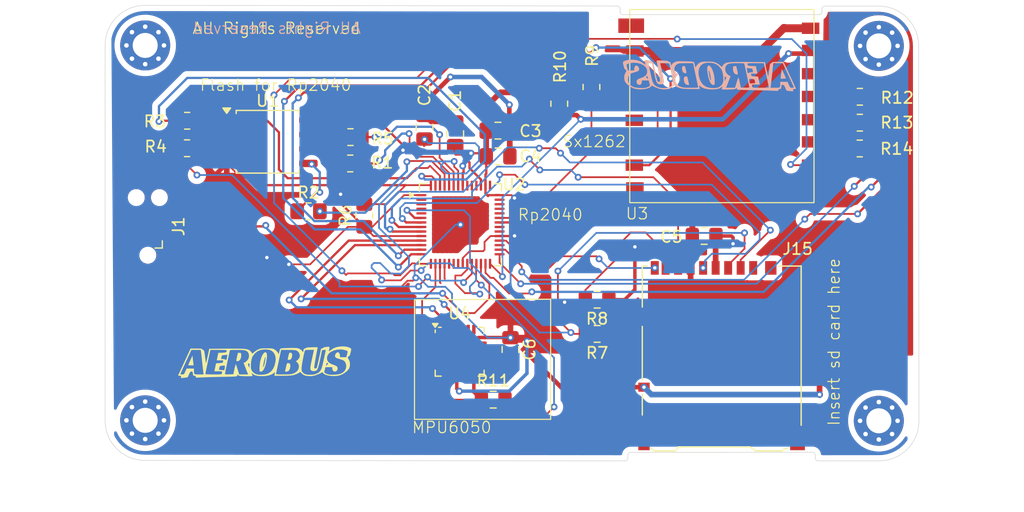
<source format=kicad_pcb>
(kicad_pcb (version 20241229) (generator "pcbnew") (generator_version "9.0")
  (layers (0 "F.Cu" signal) (2 "B.Cu" signal) (13 "F.Paste" user) (15 "B.Paste" user) (5 "F.SilkS" user "F.Silkscreen") (7 "B.SilkS" user "B.Silkscreen") (1 "F.Mask" user) (3 "B.Mask" user) (25 "Edge.Cuts" user))
  (net 0 "")
  (net 1 "+3.3V")
  (net 22 "Net-(U4-VDD)")
  (net 23 "Net-(C1-Pad2)")
  (net 24 "GND")
  (net 25 "R.SWCLK")
  (net 27 "R.RUN")
  (net 28 "R.SWD")
  (net 29 "R.GPIO12")
  (net 31 "Net-(U3-MOSI)")
  (net 32 "Net-(U3-MISO)")
  (net 34 "Net-(U3-SCK)")
  (net 35 "Net-(U2-VREG_VOUT)")
  (net 36 "Net-(C2-Pad1)")
  (net 37 "Net-(U1-CLK)")
  (net 38 "Net-(U1-DI{slash}IO_{0})")
  (net 39 "Net-(U1-DO{slash}IO_{1})")
  (net 40 "Net-(U1-~{WP}{slash}IO_{2})")
  (net 41 "Net-(U1-~{HOLD}{slash}~{RESET}{slash}IO_{3})")
  (net 42 "R.GPIO25")
  (net 43 "R.GPIO17")
  (net 44 "R.GPIO13")
  (net 45 "R.GPIO19")
  (net 46 "R.GPIO16")
  (net 47 "R.GPIO18")
  (net 50 "J2.DET")
  (net 51 "FLASH.CLK")
  (net 57 "J2.CMD")
  (net 59 "J2.DAT3{slash}CD")
  (net 60 "MPU6050.SCL")
  (net 61 "IO3{slash}HOLD#{slash}RESET#")
  (net 64 "FLASH.DI (IO0)")
  (net 65 "unconnected-(U2-GPIO15-Pad18)")
  (net 66 "J2.DAT0")
  (net 68 "IO2{slash}WP#")
  (net 69 "MPU6050.SDA")
  (net 71 "MPU6050.INT")
  (net 74 "FLASH.DO (IO1)")
  (net 77 "unconnected-(U2-GPIO14-Pad17)")
  (net 79 "J2.CLK")
  (net 81 "FLASH.CS#")
  (net 82 "R.GPIO10")
  (net 83 "R.GPIO11")
  (net 84 "Net-(AE1-A)")
  (net 85 "R.GPIO24")
  (footprint "MountingHole:MountingHole_2.2mm_M2_Pad_Via" (layer "F.Cu") (at 156.99 53.46)
    (property "Reference" "REF**")
    (property "Value" "MountingHole_2.2mm_M2_Pad_Via")
  )
  (footprint "Package_DFN_QFN:QFN-56-1EP_7x7mm_P0.4mm_EP3.2x3.2mm" (layer "F.Cu") (at 184.7125 69.24)
    (property "Reference" "U2")
    (property "Value" "RP2040")
  )
  (footprint "Sensor_Motion:InvenSense_QFN-24_4x4mm_P0.5mm" (layer "F.Cu") (at 184.64 80.42)
    (property "Reference" "U4")
    (property "Value" "MPU-6050")
  )
  (footprint "Resistor_SMD:R_0805_2012Metric_Pad1.20x1.40mm_HandSolder" (layer "F.Cu") (at 176.26 68.43 90)
    (property "Reference" "R6")
    (property "Value" "10k")
  )
  (footprint "Capacitor_SMD:C_0805_2012Metric_Pad1.18x1.45mm_HandSolder" (layer "F.Cu") (at 196.7275 78.85 180)
    (property "Reference" "R7")
    (property "Value" "10k")
  )
  (footprint "Capacitor_SMD:C_0805_2012Metric_Pad1.18x1.45mm_HandSolder" (layer "F.Cu") (at 184.25 61.2325 90)
    (property "Reference" "C1")
    (property "Value" "1micro")
  )
  (footprint "MountingHole:MountingHole_2.2mm_M2_Pad_Via" (layer "F.Cu") (at 156.99 86.46)
    (property "Reference" "REF**")
    (property "Value" "MountingHole_2.2mm_M2_Pad_Via")
  )
  (footprint "Resistor_SMD:R_0805_2012Metric_Pad1.20x1.40mm_HandSolder" (layer "F.Cu") (at 160.67 62.51)
    (property "Reference" "R4")
    (property "Value" "22")
  )
  (footprint "Capacitor_SMD:C_0805_2012Metric_Pad1.18x1.45mm_HandSolder" (layer "F.Cu") (at 196.7275 75.84 180)
    (property "Reference" "R8")
    (property "Value" "10k")
  )
  (footprint "sx1262b:SX1262B" (layer "F.Cu") (at 199.6 67.55)
    (property "Reference" "U3")
    (property "Value" "SX1262B")
  )
  (footprint "Connector_Card:microSD_HC_Hirose_DM3AT-SF-PEJM5" (layer "F.Cu") (at 207.675 80.765)
    (property "Reference" "J15")
    (property "Value" "Micro_SD_Card_Det1")
  )
  (footprint "Resistor_SMD:R_0805_2012Metric_Pad1.20x1.40mm_HandSolder" (layer "F.Cu") (at 175.02 63.85 180)
    (property "Reference" "R1")
    (property "Value" "22")
  )
  (footprint "Capacitor_SMD:C_0805_2012Metric_Pad1.18x1.45mm_HandSolder" (layer "F.Cu") (at 188.02 63.22)
    (property "Reference" "C4")
    (property "Value" "1micro")
  )
  (footprint "MountingHole:MountingHole_2.2mm_M2_Pad_Via" (layer "F.Cu") (at 221.5 53.5)
    (property "Reference" "REF**")
    (property "Value" "MountingHole_2.2mm_M2_Pad_Via")
  )
  (footprint "Resistor_SMD:R_0805_2012Metric_Pad1.20x1.40mm_HandSolder" (layer "F.Cu") (at 193.4 58.59 -90)
    (property "Reference" "R10")
    (property "Value" "10k")
  )
  (footprint "Resistor_SMD:R_0805_2012Metric_Pad1.20x1.40mm_HandSolder" (layer "F.Cu") (at 219.83 57.98)
    (property "Reference" "R12")
    (property "Value" "22")
  )
  (footprint "Capacitor_SMD:C_0805_2012Metric_Pad1.18x1.45mm_HandSolder" (layer "F.Cu") (at 181.55 60.66 90)
    (property "Reference" "C2")
    (property "Value" "1 nano")
  )
  (footprint "Connector:Tag-Connect_TC2030-IDC-NL_2x03_P1.27mm_Vertical" (layer "F.Cu") (at 157.224 69.39 90)
    (property "Reference" "J1")
    (property "Value" "Conn_ARM_SWD_TagConnect_TC2030-NL")
  )
  (footprint "Resistor_SMD:R_0805_2012Metric_Pad1.20x1.40mm_HandSolder" (layer "F.Cu") (at 160.68 60.09 180)
    (property "Reference" "R3")
    (property "Value" "22")
  )
  (footprint "Resistor_SMD:R_0805_2012Metric_Pad1.20x1.40mm_HandSolder" (layer "F.Cu") (at 219.83 60.26)
    (property "Reference" "R13")
    (property "Value" "22")
  )
  (footprint "Capacitor_SMD:C_0805_2012Metric_Pad1.18x1.45mm_HandSolder" (layer "F.Cu") (at 206.1375 70.23 180)
    (property "Reference" "C5")
    (property "Value" "100nf")
  )
  (footprint "Resistor_SMD:R_0805_2012Metric_Pad1.20x1.40mm_HandSolder" (layer "F.Cu") (at 175.04 61.53 180)
    (property "Reference" "R5")
    (property "Value" "22")
  )
  (footprint "Capacitor_SMD:C_0805_2012Metric_Pad1.18x1.45mm_HandSolder" (layer "F.Cu") (at 189.11 80.22 -90)
    (property "Reference" "C6")
    (property "Value" "100nf")
  )
  (footprint "Capacitor_SMD:C_0805_2012Metric_Pad1.18x1.45mm_HandSolder" (layer "F.Cu") (at 187.59 84.64)
    (property "Reference" "R11")
    (property "Value" "22")
  )
  (footprint "LoRa_Link:Aerobus" (layer "F.Cu") (at 167.48 81.58)
    (property "Reference" "G***")
    (property "Value" "LOGO" (hide yes))
  )
  (footprint "Capacitor_SMD:C_0805_2012Metric_Pad1.18x1.45mm_HandSolder" (layer "F.Cu") (at 188.01 60.96)
    (property "Reference" "C3")
    (property "Value" "100nf")
  )
  (footprint "Resistor_SMD:R_0805_2012Metric_Pad1.20x1.40mm_HandSolder" (layer "F.Cu") (at 219.82 62.53)
    (property "Reference" "R14")
    (property "Value" "22")
  )
  (footprint "Resistor_SMD:R_0805_2012Metric_Pad1.20x1.40mm_HandSolder" (layer "F.Cu") (at 171.35 68.06)
    (property "Reference" "R2")
    (property "Value" "22")
  )
  (footprint "Resistor_SMD:R_0805_2012Metric_Pad1.20x1.40mm_HandSolder" (layer "F.Cu") (at 196.23 57.12 -90)
    (property "Reference" "R9")
    (property "Value" "10k")
  )
  (footprint "MountingHole:MountingHole_2.2mm_M2_Pad_Via" (layer "F.Cu") (at 221.5 86.5)
    (property "Reference" "REF**")
    (property "Value" "MountingHole_2.2mm_M2_Pad_Via")
  )
  (footprint "Package_SO:SOIC-8_5.3x5.3mm_P1.27mm" (layer "F.Cu") (at 167.75 61.94)
    (property "Reference" "U1")
    (property "Value" "W25Q128JVS")
  )
  (footprint "LoRa_Link:Aerobus" (layer "B.Cu") (at 206.626751 56.343695 180)
    (property "Reference" "G***")
    (property "Value" "LOGO" (hide yes))
  )
  (gr_line (start 180.67 75.84) (end 180.67 86.37) (stroke (width 0.1)) (layer "F.SilkS"))
  (gr_line (start 192.64 86.37) (end 192.64 75.8) (stroke (width 0.1)) (layer "F.SilkS"))
  (gr_line (start 180.67 86.37) (end 192.64 86.37) (stroke (width 0.1)) (layer "F.SilkS"))
  (gr_line (start 192.64 75.8) (end 180.67 75.84) (stroke (width 0.1)) (layer "F.SilkS"))
  (gr_arc (start 156.964874 89.985126) (mid 154.49 88.96) (end 153.464874 86.485126) (stroke (width 0.05)) (layer "Edge.Cuts"))
  (gr_line (start 216.24 50.75) (end 216.25 50.75) (stroke (width 0.05)) (layer "Edge.Cuts"))
  (gr_arc (start 215.66 89.27) (mid 215.836777 89.343223) (end 215.91 89.52) (stroke (width 0.05)) (layer "Edge.Cuts"))
  (gr_line (start 215.91 89.78) (end 215.91 89.52) (stroke (width 0.05)) (layer "Edge.Cuts"))
  (gr_line (start 199.426777 89.53) (end 199.43 89.78) (stroke (width 0.05)) (layer "Edge.Cuts"))
  (gr_line (start 225 53.5) (end 225.025126 86.525126) (stroke (width 0.05)) (layer "Edge.Cuts"))
  (gr_arc (start 198.5 49.99) (mid 198.676777 50.063223) (end 198.75 50.24) (stroke (width 0.05)) (layer "Edge.Cuts"))
  (gr_arc (start 199.426777 89.53) (mid 199.5 89.353223) (end 199.676777 89.28) (stroke (width 0.05)) (layer "Edge.Cuts"))
  (gr_line (start 199.676777 89.28) (end 215.66 89.27) (stroke (width 0.05)) (layer "Edge.Cuts"))
  (gr_line (start 156.9649 49.934874) (end 198.5 49.99) (stroke (width 0.05)) (layer "Edge.Cuts"))
  (gr_arc (start 216.5 50.5) (mid 216.426777 50.676777) (end 216.25 50.75) (stroke (width 0.05)) (layer "Edge.Cuts"))
  (gr_line (start 221.5251 90.025126) (end 216.16 90.03) (stroke (width 0.05)) (layer "Edge.Cuts"))
  (gr_arc (start 153.464874 53.434874) (mid 154.49 50.96) (end 156.964874 49.934874) (stroke (width 0.05)) (layer "Edge.Cuts"))
  (gr_arc (start 199 50.75) (mid 198.823223 50.676777) (end 198.75 50.5) (stroke (width 0.05)) (layer "Edge.Cuts"))
  (gr_line (start 153.464875 86.485126) (end 153.464874 53.434874) (stroke (width 0.05)) (layer "Edge.Cuts"))
  (gr_line (start 198.75 50.24) (end 198.75 50.5) (stroke (width 0.05)) (layer "Edge.Cuts"))
  (gr_line (start 216.746777 50) (end 221.5 50) (stroke (width 0.05)) (layer "Edge.Cuts"))
  (gr_line (start 156.964874 89.985125) (end 199.18 90.03) (stroke (width 0.05)) (layer "Edge.Cuts"))
  (gr_line (start 199 50.75) (end 216.24 50.75) (stroke (width 0.05)) (layer "Edge.Cuts"))
  (gr_arc (start 216.16 90.03) (mid 215.983223 89.956777) (end 215.91 89.78) (stroke (width 0.05)) (layer "Edge.Cuts"))
  (gr_arc (start 221.5 50) (mid 223.974874 51.025126) (end 225 53.5) (stroke (width 0.05)) (layer "Edge.Cuts"))
  (gr_arc (start 199.43 89.78) (mid 199.356777 89.956777) (end 199.18 90.03) (stroke (width 0.05)) (layer "Edge.Cuts"))
  (gr_arc (start 216.496777 50.25) (mid 216.57 50.073223) (end 216.746777 50) (stroke (width 0.05)) (layer "Edge.Cuts"))
  (gr_arc (start 225.025126 86.525126) (mid 224 89) (end 221.525126 90.025126) (stroke (width 0.05)) (layer "Edge.Cuts"))
  (gr_line (start 216.5 50.5) (end 216.496777 50.25) (stroke (width 0.05)) (layer "Edge.Cuts"))
  (gr_text "Flash for Rp2040 \n" (at 161.73 57.54 -0) (layer "F.SilkS") (effects (font (size 1 1) (thickness 0.1)) (justify left bottom)))
  (gr_text "Rp2040\n" (at 189.69 68.95 -0) (layer "F.SilkS") (effects (font (size 1 1) (thickness 0.1)) (justify left bottom)))
  (gr_text "MPU6050 " (at 180.38 87.67 0) (layer "F.SilkS") (effects (font (size 1 1) (thickness 0.1)) (justify left bottom)))
  (gr_text "All Rights Reserved" (at 161.08 52.54 -0) (layer "F.SilkS") (effects (font (size 1 1) (thickness 0.1)) (justify left bottom)))
  (gr_text "Sx1262\n" (at 193.62 62.5 -0) (layer "F.SilkS") (effects (font (size 1 1) (thickness 0.1)) (justify left bottom)))
  (gr_text "Insert sd card here" (at 218.14 87.01 90) (layer "F.SilkS") (effects (font (size 1 1) (thickness 0.1)) (justify left bottom)))
  (gr_text "All Rights Reserved" (at 176.02 52.53 0) (layer "B.SilkS") (effects (font (size 1 1) (thickness 0.1)) (justify left bottom mirror)))
  (segment (start 176.96 69.43) (end 176.26 69.43) (width 0.15) (layer "F.Cu") (net 1))
  (segment (start 181.275 66.64) (end 179.75 66.64) (width 0.15) (layer "F.Cu") (net 1))
  (segment (start 174.17 66.56) (end 174.17 67.34) (width 0.2) (layer "F.Cu") (net 1))
  (segment (start 186.9825 64.7475) (end 186.9825 63.22) (width 0.2) (layer "F.Cu") (net 1))
  (segment (start 193.4 56.87) (end 194.15 56.12) (width 0.4) (layer "F.Cu") (net 1))
  (segment (start 207.15 73.04) (end 207.15 70.255) (width 0.5) (layer "F.Cu") (net 1))
  (segment (start 179.75 66.64) (end 176.96 69.43) (width 0.15) (layer "F.Cu") (net 1))
  (segment (start 187.35 70.24) (end 188.15 70.24) (width 0.15) (layer "F.Cu") (net 1))
  (segment (start 184.91 64.144265) (end 184.985735 64.22) (width 0.2) (layer "F.Cu") (net 1))
  (segment (start 208.68 70.92) (end 208.68 70.37) (width 0.3) (layer "F.Cu") (net 1))
  (segment (start 177.455 60.035) (end 171.3375 60.035) (width 0.2) (layer "F.Cu") (net 1))
  (segment (start 199.88 56.12) (end 200 56) (width 0.4) (layer "F.Cu") (net 1))
  (segment (start 194.15 56.12) (end 196.23 56.12) (width 0.4) (layer "F.Cu") (net 1))
  (segment (start 184.9125 64.6825) (end 184.9125 65.8025) (width 0.2) (layer "F.Cu") (net 1))
  (segment (start 199.15 75.84) (end 199.86 75.13) (width 0.3) (layer "F.Cu") (net 1))
  (segment (start 197.765 77.3) (end 195.11 77.3) (width 0.15) (layer "F.Cu") (net 1))
  (segment (start 184.9125 72.6775) (end 184.9125 72.17758) (width 0.15) (layer "F.Cu") (net 1))
  (segment (start 207.15 70.255) (end 207.175 70.23) (width 0.5) (layer "F.Cu") (net 1))
  (segment (start 184.985735 64.22) (end 184.985735 64.609265) (width 0.2) (layer "F.Cu") (net 1))
  (segment (start 188.23 57.59) (end 193.4 57.59) (width 0.5) (layer "F.Cu") (net 1))
  (segment (start 187.2 66.64) (end 188.15 66.64) (width 0.2) (layer "F.Cu") (net 1))
  (segment (start 179.66 62.68) (end 179.66 62.24) (width 0.2) (layer "F.Cu") (net 1))
  (segment (start 195.11 77.3) (end 193.87 76.06) (width 0.15) (layer "F.Cu") (net 1))
  (segment (start 186.9725 60.96) (end 186.9725 63.21) (width 0.5) (layer "F.Cu") (net 1))
  (segment (start 169.62 72.73) (end 171.49 72.73) (width 0.15) (layer "F.Cu") (net 1))
  (segment (start 174.81 69.43) (end 174.54 69.7) (width 0.15) (layer "F.Cu") (net 1))
  (segment (start 200.05 74.94) (end 200.05 71.19) (width 0.3) (layer "F.Cu") (net 1))
  (segment (start 197.765 78.85) (end 197.765 77.3) (width 0.7) (layer "F.Cu") (net 1))
  (segment (start 196.23 56.12) (end 199.88 56.12) (width 0.4) (layer "F.Cu") (net 1))
  (segment (start 186.9725 60.96) (end 186.9725 58.8475) (width 0.5) (layer "F.Cu") (net 1))
  (segment (start 189.21 66.64) (end 188.15 66.64) (width 0.15) (layer "F.Cu") (net 1))
  (segment (start 186.7125 62.95) (end 186.9825 63.22) (width 0.2) (layer "F.Cu") (net 1))
  (segment (start 184.9125 72.17758) (end 185.52008 71.57) (width 0.15) (layer "F.Cu") (net 1))
  (segment (start 197.765 75.84) (end 199.15 75.84) (width 0.3) (layer "F.Cu") (net 1))
  (segment (start 189.46 66.89) (end 189.21 66.64) (width 0.15) (layer "F.Cu") (net 1))
  (segment (start 174.53 69.69) (end 174.54 69.7) (width 0.15) (layer "F.Cu") (net 1))
  (segment (start 189.45 70.24) (end 189.47 70.22) (width 0.2) (layer "F.Cu") (net 1))
  (segment (start 166.22 70.66) (end 167.69 72.13) (width 0.15) (layer "F.Cu") (net 1))
  (segment (start 184.985735 64.609265) (end 184.9125 64.6825) (width 0.2) (layer "F.Cu") (net 1))
  (segment (start 186.7 71.57) (end 186.83 71.44) (width 0.15) (layer "F.Cu") (net 1))
  (segment (start 179.66 62.24) (end 177.455 60.035) (width 0.2) (layer "F.Cu") (net 1))
  (segment (start 171.49 72.73) (end 174.53 69.69) (width 0.15) (layer "F.Cu") (net 1))
  (segment (start 188.15 70.24) (end 189.45 70.24) (width 0.2) (layer "F.Cu") (net 1))
  (segment (start 193.4 57.59) (end 193.4 56.87) (width 0.4) (layer "F.Cu") (net 1))
  (segment (start 157.859 70.66) (end 166.22 70.66) (width 0.15) (layer "F.Cu") (net 1))
  (segment (start 186.9125 65.8025) (end 186.9125 64.8175) (width 0.2) (layer "F.Cu") (net 1))
  (segment (start 185.52008 71.57) (end 186.7 71.57) (width 0.15) (layer "F.Cu") (net 1))
  (segment (start 186.9725 58.8475) (end 188.23 57.59) (width 0.5) (layer "F.Cu") (net 1))
  (segment (start 185.64 62.95) (end 186.7125 62.95) (width 0.2) (layer "F.Cu") (net 1))
  (segment (start 186.83 71.44) (end 186.83 70.76) (width 0.15) (layer "F.Cu") (net 1))
  (segment (start 186.9125 65.8025) (end 186.9125 66.4925) (width 0.2) (layer "F.Cu") (net 1))
  (segment (start 208.54 70.23) (end 207.175 70.23) (width 0.3) (layer "F.Cu") (net 1))
  (segment (start 176.26 69.43) (end 174.81 69.43) (width 0.15) (layer "F.Cu") (net 1))
  (segment (start 199.86 75.13) (end 200.05 74.94) (width 0.3) (layer "F.Cu") (net 1))
  (segment (start 176.26 69.43) (end 177.07 70.24) (width 0.15) (layer "F.Cu") (net 1))
  (segment (start 184.91 64.06853) (end 184.91 64.144265) (width 0.2) (layer "F.Cu") (net 1))
  (segment (start 186.9125 64.8175) (end 186.9825 64.7475) (width 0.2) (layer "F.Cu") (net 1))
  (segment (start 186.9125 66.4925) (end 187.13 66.71) (width 0.2) (layer "F.Cu") (net 1))
  (segment (start 177.07 70.24) (end 181.275 70.24) (width 0.15) (layer "F.Cu") (net 1))
  (segment (start 186.83 70.76) (end 187.35 70.24) (width 0.15) (layer "F.Cu") (net 1))
  (segment (start 174.17 67.34) (end 176.26 69.43) (width 0.2) (layer "F.Cu") (net 1))
  (segment (start 208.68 70.37) (end 208.54 70.23) (width 0.3) (layer "F.Cu") (net 1))
  (segment (start 186.9725 63.21) (end 186.9825 63.22) (width 0.5) (layer "F.Cu") (net 1))
  (segment (start 187.13 66.71) (end 187.2 66.64) (width 0.2) (layer "F.Cu") (net 1))
  (segment (start 197.765 77.3) (end 197.765 75.84) (width 0.7) (layer "F.Cu") (net 1))
  (via (at 179.66 62.68) (size 0.6) (drill 0.3) (layers "F.Cu" "B.Cu") (net 1))
  (via (at 193.87 76.06) (size 0.6) (drill 0.3) (layers "F.Cu" "B.Cu") (net 1))
  (via (at 189.47 70.22) (size 0.6) (drill 0.3) (layers "F.Cu" "B.Cu") (net 1))
  (via (at 185.64 62.95) (size 0.6) (drill 0.3) (layers "F.Cu" "B.Cu") (net 1))
  (via (at 184.91 64.06853) (size 0.6) (drill 0.3) (layers "F.Cu" "B.Cu") (net 1))
  (via (at 174.17 66.56) (size 0.6) (drill 0.3) (layers "F.Cu" "B.Cu") (net 1))
  (via (at 208.68 70.92) (size 0.6) (drill 0.3) (layers "F.Cu" "B.Cu") (net 1))
  (via (at 189.46 66.89) (size 0.6) (drill 0.3) (layers "F.Cu" "B.Cu") (net 1))
  (via (at 169.62 72.73) (size 0.6) (drill 0.3) (layers "F.Cu" "B.Cu") (net 1))
  (via (at 167.69 72.13) (size 0.6) (drill 0.3) (layers "F.Cu" "B.Cu") (net 1))
  (via (at 200.05 71.19) (size 0.6) (drill 0.3) (layers "F.Cu" "B.Cu") (net 1))
  (segment (start 208.41 71.19) (end 208.68 70.92) (width 0.3) (layer "B.Cu") (net 1))
  (segment (start 189.48 67.12) (end 189.48 66.91) (width 0.15) (layer "B.Cu") (net 1))
  (segment (start 179.93 62.95) (end 185.64 62.95) (width 0.2) (layer "B.Cu") (net 1))
  (segment (start 179.66 62.68) (end 179.93 62.95) (width 0.2) (layer "B.Cu") (net 1))
  (segment (start 200.05 71.19) (end 208.41 71.19) (width 0.3) (layer "B.Cu") (net 1))
  (segment (start 189.12 70.57) (end 189.47 70.22) (width 0.15) (layer "B.Cu") (net 1))
  (segment (start 189.12 74.83) (end 189.12 70.57) (width 0.15) (layer "B.Cu") (net 1))
  (segment (start 167.69 72.13) (end 169.02 72.13) (width 0.15) (layer "B.Cu") (net 1))
  (segment (start 190.35 76.06) (end 189.12 74.83) (width 0.15) (layer "B.Cu") (net 1))
  (segment (start 193.87 76.06) (end 190.35 76.06) (width 0.15) (layer "B.Cu") (net 1))
  (segment (start 179.66 62.68) (end 175.78 66.56) (width 0.2) (layer "B.Cu") (net 1))
  (segment (start 189.48 70.21) (end 189.48 67.12) (width 0.15) (layer "B.Cu") (net 1))
  (segment (start 175.78 66.56) (end 174.17 66.56) (width 0.2) (layer "B.Cu") (net 1))
  (segment (start 184.91 64.06853) (end 184.985735 63.992795) (width 0.2) (layer "B.Cu") (net 1))
  (segment (start 184.985735 63.604265) (end 185.64 62.95) (width 0.2) (layer "B.Cu") (net 1))
  (segment (start 189.47 70.22) (end 189.48 70.21) (width 0.15) (layer "B.Cu") (net 1))
  (segment (start 169.02 72.13) (end 169.62 72.73) (width 0.15) (layer "B.Cu") (net 1))
  (segment (start 184.985735 63.992795) (end 184.985735 63.604265) (width 0.2) (layer "B.Cu") (net 1))
  (segment (start 189.48 66.91) (end 189.46 66.89) (width 0.15) (layer "B.Cu") (net 1))
  (segment (start 188.6975 81.67) (end 189.11 81.2575) (width 0.3) (layer "F.Cu") (net 22))
  (segment (start 186.59 81.67) (end 188.6975 81.67) (width 0.3) (layer "F.Cu") (net 22))
  (segment (start 189.01 60.9225) (end 189.0475 60.96) (width 0.4) (layer "F.Cu") (net 23))
  (segment (start 183.83 56.24) (end 181.55 58.52) (width 0.4) (layer "F.Cu") (net 23))
  (segment (start 189.0475 60.96) (end 189.0475 63.21) (width 0.5) (layer "F.Cu") (net 23))
  (segment (start 184.25 60.195) (end 182.1225 60.195) (width 0.4) (layer "F.Cu") (net 23))
  (segment (start 182.1225 60.195) (end 181.55 59.6225) (width 0.4) (layer "F.Cu") (net 23))
  (segment (start 181.55 58.52) (end 181.55 59.6225) (width 0.4) (layer "F.Cu") (net 23))
  (segment (start 189.0475 63.21) (end 189.0575 63.22) (width 0.5) (layer "F.Cu") (net 23))
  (segment (start 189.01 58.68) (end 189.01 60.9225) (width 0.4) (layer "F.Cu") (net 23))
  (via (at 189.01 58.68) (size 0.6) (drill 0.3) (layers "F.Cu" "B.Cu") (net 23))
  (via (at 183.83 56.24) (size 0.6) (drill 0.3) (layers "F.Cu" "B.Cu") (net 23))
  (segment (start 186.57 56.24) (end 183.83 56.24) (width 0.4) (layer "B.Cu") (net 23))
  (segment (start 189.01 58.68) (end 186.57 56.24) (width 0.4) (layer "B.Cu") (net 23))
  (segment (start 184.39 82.37) (end 184.39 83.67) (width 0.3) (layer "F.Cu") (net 24))
  (segment (start 190.56 79.48) (end 190.56 80.54) (width 0.4) (layer "F.Cu") (net 24))
  (segment (start 213.52 66.05) (end 211.02 68.55) (width 0.5) (layer "F.Cu") (net 24))
  (segment (start 198.74 83.94) (end 199.14 83.54) (width 0.4) (layer "F.Cu") (net 24))
  (segment (start 215.5 51.95) (end 213.19 51.95) (width 0.7) (layer "F.Cu") (net 24))
  (segment (start 210.08 54.26) (end 210.39 53.95) (width 0.5) (layer "F.Cu") (net 24))
  (segment (start 216.29 71.707925) (end 216.29 84.19) (width 0.5) (layer "F.Cu") (net 24))
  (segment (start 211.02 68.55) (end 213.132075 68.55) (width 0.5) (layer "F.Cu") (net 24))
  (segment (start 177.09 77.13) (end 169.39 77.13) (width 0.15) (layer "F.Cu") (net 24))
  (segment (start 199.14 83.54) (end 200.85 83.54) (width 0.4) (layer "F.Cu") (net 24))
  (segment (start 157.859 68.12) (end 159.8875 68.12) (width 0.4) (layer "F.Cu") (net 24))
  (segment (start 213.93 66.05) (end 210.08 62.2) (width 0.5) (layer "F.Cu") (net 24))
  (segment (start 215.55 66.05) (end 213.52 66.05) (width 0.5) (layer "F.Cu") (net 24))
  (segment (start 190.56 80.54) (end 193.96 83.94) (width 0.4) (layer "F.Cu") (net 24))
  (segment (start 205.1 70.23) (end 205.1 71.52) (width 0.5) (layer "F.Cu") (net 24))
  (segment (start 168.62 76.36) (end 168.62 68.3025) (width 0.15) (layer "F.Cu") (net 24))
  (segment (start 213.132075 68.55) (end 216.29 71.707925) (width 0.5) (layer "F.Cu") (net 24))
  (segment (start 159.8875 68.12) (end 164.1625 63.845) (width 0.4) (layer "F.Cu") (net 24))
  (segment (start 190.56 79.48) (end 189.4075 79.48) (width 0.3) (layer "F.Cu") (net 24))
  (segment (start 168.62 68.3025) (end 164.1625 63.845) (width 0.15) (layer "F.Cu") (net 24))
  (segment (start 213.19 51.95) (end 213.16 51.92) (width 0.7) (layer "F.Cu") (net 24))
  (segment (start 205.78 68.55) (end 211.02 68.55) (width 0.5) (layer "F.Cu") (net 24))
  (segment (start 204.95 71.67) (end 204.95 73.04) (width 0.5) (layer "F.Cu") (net 24))
  (segment (start 189.4075 79.48) (end 189.11 79.1825) (width 0.3) (layer "F.Cu") (net 24))
  (segment (start 180.530079 74.17) (end 180.05 74.17) (width 0.15) (layer "F.Cu") (net 24))
  (segment (start 205.1 71.52) (end 204.95 71.67) (width 0.5) (layer "F.Cu") (net 24))
  (segment (start 180.05 74.17) (end 177.09 77.13) (width 0.15) (layer "F.Cu") (net 24))
  (segment (start 169.39 77.13) (end 168.62 76.36) (width 0.15) (layer "F.Cu") (net 24))
  (segment (start 205.1 70.23) (end 205.1 69.23) (width 0.5) (layer "F.Cu") (net 24))
  (segment (start 211.13 53.95) (end 213.16 51.92) (width 0.7) (layer "F.Cu") (net 24))
  (segment (start 193.96 83.94) (end 198.74 83.94) (width 0.4) (layer "F.Cu") (net 24))
  (segment (start 205.1 69.23) (end 205.78 68.55) (width 0.5) (layer "F.Cu") (net 24))
  (segment (start 180.781555 73.918524) (end 180.530079 74.17) (width 0.15) (layer "F.Cu") (net 24))
  (segment (start 184.39 83.67) (end 184.61 83.89) (width 0.3) (layer "F.Cu") (net 24))
  (segment (start 210.39 53.95) (end 211.13 53.95) (width 0.7) (layer "F.Cu") (net 24))
  (segment (start 189.0975 79.17) (end 189.11 79.1825) (width 0.3) (layer "F.Cu") (net 24))
  (segment (start 210.08 62.2) (end 210.08 54.26) (width 0.5) (layer "F.Cu") (net 24))
  (segment (start 186.59 79.17) (end 189.0975 79.17) (width 0.3) (layer "F.Cu") (net 24))
  (segment (start 200.05 53.95) (end 210.39 53.95) (width 0.7) (layer "F.Cu") (net 24))
  (segment (start 215.55 66.05) (end 213.93 66.05) (width 0.5) (layer "F.Cu") (net 24))
  (via (at 216.29 84.19) (size 0.6) (drill 0.3) (layers "F.Cu" "B.Cu") (net 24))
  (via (at 180.781555 73.918524) (size 0.6) (drill 0.3) (layers "F.Cu" "B.Cu") (net 24))
  (via (at 184.61 83.89) (size 0.6) (drill 0.3) (layers "F.Cu" "B.Cu") (net 24))
  (via (at 200.85 83.54) (size 0.6) (drill 0.3) (layers "F.Cu" "B.Cu") (net 24))
  (via (at 184.7125 69.24) (size 0.6) (drill 0.3) (layers "F.Cu" "B.Cu") (net 24))
  (via (at 190.56 79.48) (size 0.6) (drill 0.3) (layers "F.Cu" "B.Cu") (net 24))
  (via (at 189.11 79.1825) (size 0.6) (drill 0.3) (layers "F.Cu" "B.Cu") (net 24))
  (segment (start 189.77 83.11) (end 190.56 82.32) (width 0.3) (layer "B.Cu") (net 24))
  (segment (start 184.61 83.89) (end 188.99 83.89) (width 0.3) (layer "B.Cu") (net 24))
  (segment (start 183.379469 74.707294) (end 183.97 75.297825) (width 0.15) (layer "B.Cu") (net 24))
  (segment (start 180.817356 73.882723) (end 181.042723 73.882723) (width 0.15) (layer "B.Cu") (net 24))
  (segment (start 180.781555 73.918524) (end 180.817356 73.882723) (width 0.15) (layer "B.Cu") (net 24))
  (segment (start 184.28 69.24) (end 184.7125 69.24) (width 0.15) (layer "B.Cu") (net 24))
  (segment (start 180.94 73.882723) (end 180.68 73.622723) (width 0.15) (layer "B.Cu") (net 24))
  (segment (start 180.68 73.622723) (end 180.68 72.84) (width 0.15) (layer "B.Cu") (net 24))
  (segment (start 181.042723 73.882723) (end 181.87 74.71) (width 0.15) (layer "B.Cu") (net 24))
  (segment (start 190.56 82.32) (end 190.56 79.48) (width 0.3) (layer "B.Cu") (net 24))
  (segment (start 181.872706 74.707294) (end 183.379469 74.707294) (width 0.15) (layer "B.Cu") (net 24))
  (segment (start 187.0825 79.1825) (end 189.11 79.1825) (width 0.15) (layer "B.Cu") (net 24))
  (segment (start 188.99 83.89) (end 189.77 83.11) (width 0.3) (layer "B.Cu") (net 24))
  (segment (start 216.29 84.19) (end 201.5 84.19) (width 0.5) (layer "B.Cu") (net 24))
  (segment (start 183.97 76.07) (end 187.0825 79.1825) (width 0.15) (layer "B.Cu") (net 24))
  (segment (start 181.87 74.71) (end 181.872706 74.707294) (width 0.15) (layer "B.Cu") (net 24))
  (segment (start 183.97 75.297825) (end 183.97 76.07) (width 0.15) (layer "B.Cu") (net 24))
  (segment (start 201.5 84.19) (end 200.85 83.54) (width 0.5) (layer "B.Cu") (net 24))
  (segment (start 180.68 72.84) (end 184.28 69.24) (width 0.15) (layer "B.Cu") (net 24))
  (segment (start 181.87 74.71) (end 181.87 74.7) (width 0.15) (layer "B.Cu") (net 24))
  (segment (start 155.54 64.29) (end 160.96 64.29) (width 0.15) (layer "F.Cu") (net 25))
  (segment (start 185.7125 73.5575) (end 185.7125 72.6775) (width 0.15) (layer "F.Cu") (net 25))
  (segment (start 155.14 64.76) (end 155.54 64.36) (width 0.15) (layer "F.Cu") (net 25))
  (segment (start 181.09 74.616828) (end 181.09 74.57) (width 0.15) (layer "F.Cu") (net 25))
  (segment (start 155.54 64.36) (end 155.54 64.29) (width 0.15) (layer "F.Cu") (net 25))
  (segment (start 184.99 74.33) (end 184.99 74.28) (width 0.15) (layer "F.Cu") (net 25))
  (segment (start 184.99 74.28) (end 185.7125 73.5575) (width 0.15) (layer "F.Cu") (net 25))
  (segment (start 181.09 74.57) (end 181.816587 73.843413) (width 0.15) (layer "F.Cu") (net 25))
  (segment (start 155.14 67.941) (end 155.14 64.76) (width 0.15) (layer "F.Cu") (net 25))
  (segment (start 160.96 64.29) (end 161.54 64.87) (width 0.15) (layer "F.Cu") (net 25))
  (segment (start 156.589 69.39) (end 155.14 67.941) (width 0.15) (layer "F.Cu") (net 25))
  (segment (start 181.026828 74.68) (end 181.09 74.616828) (width 0.15) (layer "F.Cu") (net 25))
  (via (at 181.816587 73.843413) (size 0.6) (drill 0.3) (layers "F.Cu" "B.Cu") (net 25))
  (via (at 181.026828 74.68) (size 0.6) (drill 0.3) (layers "F.Cu" "B.Cu") (net 25))
  (via (at 161.54 64.87) (size 0.6) (drill 0.3) (layers "F.Cu" "B.Cu") (net 25))
  (via (at 184.99 74.33) (size 0.6) (drill 0.3) (layers "F.Cu" "B.Cu") (net 25))
  (segment (start 164.64 64.87) (end 161.54 64.87) (width 0.15) (layer "B.Cu") (net 25))
  (segment (start 174.08 74.31) (end 164.64 64.87) (width 0.15) (layer "B.Cu") (net 25))
  (segment (start 181.026828 74.68) (end 174.08 74.68) (width 0.15) (layer "B.Cu") (net 25))
  (segment (start 184.82 74.16) (end 182.133174 74.16) (width 0.15) (layer "B.Cu") (net 25))
  (segment (start 174.08 74.68) (end 174.08 74.31) (width 0.15) (layer "B.Cu") (net 25))
  (segment (start 184.99 74.33) (end 184.82 74.16) (width 0.15) (layer "B.Cu") (net 25))
  (segment (start 182.133174 74.16) (end 181.816587 73.843413) (width 0.15) (layer "B.Cu") (net 25))
  (segment (start 186.5125 72.6775) (end 186.5125 73.707912) (width 0.15) (layer "F.Cu") (net 27))
  (segment (start 185.95 77.02) (end 184.877587 77.02) (width 0.15) (layer "F.Cu") (net 27))
  (segment (start 187.25 75.72) (end 185.95 77.02) (width 0.15) (layer "F.Cu") (net 27))
  (segment (start 183.140881 75.283294) (end 183.24 75.184175) (width 0.2) (layer "F.Cu") (net 27))
  (segment (start 187.25 74.445412) (end 187.25 75.72) (width 0.15) (layer "F.Cu") (net 27))
  (segment (start 184.877587 77.02) (end 183.140881 75.283294) (width 0.15) (layer "F.Cu") (net 27))
  (segment (start 157.859 69.39) (end 167.5 69.39) (width 0.2) (layer "F.Cu") (net 27))
  (segment (start 167.5 69.39) (end 167.59 69.3) (width 0.2) (layer "F.Cu") (net 27))
  (segment (start 186.5125 73.707912) (end 187.25 74.445412) (width 0.15) (layer "F.Cu") (net 27))
  (via (at 167.59 69.3) (size 0.6) (drill 0.3) (layers "F.Cu" "B.Cu") (net 27))
  (via (at 183.140881 75.283294) (size 0.6) (drill 0.3) (layers "F.Cu" "B.Cu") (net 27))
  (segment (start 167.59 69.3) (end 167.59 69.48) (width 0.2) (layer "B.Cu") (net 27))
  (segment (start 181.08 75.28) (end 183.137587 75.28) (width 0.2) (layer "B.Cu") (net 27))
  (segment (start 167.59 69.48) (end 173.39 75.28) (width 0.2) (layer "B.Cu") (net 27))
  (segment (start 183.137587 75.28) (end 183.140881 75.283294) (width 0.2) (layer "B.Cu") (net 27))
  (segment (start 173.39 75.28) (end 181.08 75.28) (width 0.2) (layer "B.Cu") (net 27))
  (segment (start 166.63 73.64) (end 166.88 73.89) (width 0.15) (layer "F.Cu") (net 28))
  (segment (start 186.0885 72.7015) (end 186.1125 72.6775) (width 0.15) (layer "F.Cu") (net 28))
  (segment (start 167.82 76.71) (end 167.82 76.76) (width 0.15) (layer "F.Cu") (net 28))
  (segment (start 156.63 73.64) (end 166.63 73.64) (width 0.15) (layer "F.Cu") (net 28))
  (segment (start 166.88 73.89) (end 167.82 74.83) (width 0.15) (layer "F.Cu") (net 28))
  (segment (start 167.82 76.76) (end 169.17 78.11) (width 0.15) (layer "F.Cu") (net 28))
  (segment (start 191.75 86.47) (end 192.94 85.28) (width 0.15) (layer "F.Cu") (net 28))
  (segment (start 156.589 70.66) (end 156.08 71.169) (width 0.15) (layer "F.Cu") (net 28))
  (segment (start 190.94 86.47) (end 191.75 86.47) (width 0.15) (layer "F.Cu") (net 28))
  (segment (start 177.53 86.47) (end 190.94 86.47) (width 0.15) (layer "F.Cu") (net 28))
  (segment (start 186.541041 74.551041) (end 186.0885 74.0985) (width 0.15) (layer "F.Cu") (net 28))
  (segment (start 186.0885 74.0985) (end 186.0885 72.7015) (width 0.15) (layer "F.Cu") (net 28))
  (segment (start 167.82 74.83) (end 167.82 76.71) (width 0.15) (layer "F.Cu") (net 28))
  (segment (start 169.17 78.11) (end 177.53 86.47) (width 0.15) (layer "F.Cu") (net 28))
  (segment (start 186.542455 74.551041) (end 186.541041 74.551041) (width 0.15) (layer "F.Cu") (net 28))
  (segment (start 156.08 73.09) (end 156.63 73.64) (width 0.15) (layer "F.Cu") (net 28))
  (segment (start 156.08 73.04) (end 156.08 73.09) (width 0.15) (layer "F.Cu") (net 28))
  (segment (start 156.08 71.169) (end 156.08 73.04) (width 0.15) (layer "F.Cu") (net 28))
  (via (at 192.94 85.28) (size 0.6) (drill 0.3) (layers "F.Cu" "B.Cu") (net 28))
  (via (at 186.542455 74.551041) (size 0.6) (drill 0.3) (layers "F.Cu" "B.Cu") (net 28))
  (segment (start 186.542455 74.552455) (end 192.94 80.95) (width 0.15) (layer "B.Cu") (net 28))
  (segment (start 186.542455 74.551041) (end 186.542455 74.552455) (width 0.15) (layer "B.Cu") (net 28))
  (segment (start 192.94 80.95) (end 192.94 85.28) (width 0.15) (layer "B.Cu") (net 28))
  (segment (start 174.29 73.3) (end 174.65 73.66) (width 0.15) (layer "F.Cu") (net 29))
  (segment (start 180.89 56.31) (end 183.23 53.97) (width 0.15) (layer "F.Cu") (net 29))
  (segment (start 174.781 73.529) (end 178.759 73.529) (width 0.15) (layer "F.Cu") (net 29))
  (segment (start 183.23 53.97) (end 184.32 52.88) (width 0.15) (layer "F.Cu") (net 29))
  (segment (start 201.32 52.88) (end 203.75 52.88) (width 0.15) (layer "F.Cu") (net 29))
  (segment (start 168.32 57.82) (end 169.83 56.31) (width 0.15) (layer "F.Cu") (net 29))
  (segment (start 179.41 73.69) (end 180.46 72.64) (width 0.15) (layer "F.Cu") (net 29))
  (segment (start 213.74 63.94) (end 213.8 64) (width 0.15) (layer "F.Cu") (net 29))
  (segment (start 178.759 73.529) (end 178.92 73.69) (width 0.15) (layer "F.Cu") (net 29))
  (segment (start 169.83 56.31) (end 180.63 56.31) (width 0.15) (layer "F.Cu") (net 29))
  (segment (start 180.67 72.64) (end 180.7075 72.6775) (width 0.15) (layer "F.Cu") (net 29))
  (segment (start 184.32 52.88) (end 201.32 52.88) (width 0.15) (layer "F.Cu") (net 29))
  (segment (start 203.75 52.88) (end 203.77 52.9) (width 0.15) (layer "F.Cu") (net 29))
  (segment (start 180.46 72.64) (end 180.67 72.64) (width 0.15) (layer "F.Cu") (net 29))
  (segment (start 180.63 56.31) (end 180.89 56.31) (width 0.15) (layer "F.Cu") (net 29))
  (segment (start 213.8 64) (end 215.5 64) (width 0.15) (layer "F.Cu") (net 29))
  (segment (start 180.7075 72.6775) (end 182.1125 72.6775) (width 0.15) (layer "F.Cu") (net 29))
  (segment (start 174.65 73.66) (end 174.781 73.529) (width 0.15) (layer "F.Cu") (net 29))
  (segment (start 178.92 73.69) (end 179.41 73.69) (width 0.15) (layer "F.Cu") (net 29))
  (via (at 174.29 73.3) (size 0.6) (drill 0.3) (layers "F.Cu" "B.Cu") (net 29))
  (via (at 213.74 63.94) (size 0.6) (drill 0.3) (layers "F.Cu" "B.Cu") (net 29))
  (via (at 168.32 57.82) (size 0.6) (drill 0.3) (layers "F.Cu" "B.Cu") (net 29))
  (via (at 203.77 52.9) (size 0.6) (drill 0.3) (layers "F.Cu" "B.Cu") (net 29))
  (segment (start 215.14 54.19) (end 215.14 62.54) (width 0.15) (layer "B.Cu") (net 29))
  (segment (start 203.77 52.9) (end 213.85 52.9) (width 0.15) (layer "B.Cu") (net 29))
  (segment (start 213.85 52.9) (end 215.14 54.19) (width 0.15) (layer "B.Cu") (net 29))
  (segment (start 215.14 62.54) (end 213.74 63.94) (width 0.15) (layer "B.Cu") (net 29))
  (segment (start 168.32 67.33) (end 168.32 57.82) (width 0.15) (layer "B.Cu") (net 29))
  (segment (start 174.29 73.3) (end 168.32 67.33) (width 0.15) (layer "B.Cu") (net 29))
  (segment (start 218.83 57.43) (end 218.83 57.98) (width 0.4) (layer "F.Cu") (net 31))
  (segment (start 215.5 55.95) (end 217.35 55.95) (width 0.4) (layer "F.Cu") (net 31))
  (segment (start 217.35 55.95) (end 218.83 57.43) (width 0.4) (layer "F.Cu") (net 31))
  (segment (start 218.14 60.26) (end 218.83 60.26) (width 0.4) (layer "F.Cu") (net 32))
  (segment (start 215.5 57.95) (end 216.63 57.95) (width 0.4) (layer "F.Cu") (net 32))
  (segment (start 217.46 59.58) (end 218.14 60.26) (width 0.4) (layer "F.Cu") (net 32))
  (segment (start 217.45 59.58) (end 217.46 59.58) (width 0.4) (layer "F.Cu") (net 32))
  (segment (start 216.63 57.95) (end 217.45 58.77) (width 0.4) (layer "F.Cu") (net 32))
  (segment (start 217.45 58.77) (end 217.45 59.58) (width 0.4) (layer "F.Cu") (net 32))
  (segment (start 218.16 62.71) (end 218.34 62.53) (width 0.4) (layer "F.Cu") (net 34))
  (segment (start 215.5 60) (end 216.11 60) (width 0.4) (layer "F.Cu") (net 34))
  (segment (start 217.38 61.27) (end 217.38 61.93) (width 0.4) (layer "F.Cu") (net 34))
  (segment (start 217.38 61.93) (end 218.16 62.71) (width 0.4) (layer "F.Cu") (net 34))
  (segment (start 218.34 62.53) (end 218.82 62.53) (width 0.4) (layer "F.Cu") (net 34))
  (segment (start 216.11 60) (end 217.38 61.27) (width 0.4) (layer "F.Cu") (net 34))
  (segment (start 186.5125 65.8025) (end 186.5125 65.2625) (width 0.2) (layer "F.Cu") (net 35))
  (segment (start 186.5125 65.2625) (end 185.51 64.26) (width 0.2) (layer "F.Cu") (net 35))
  (segment (start 185.51 63.77) (end 184.8 63.06) (width 0.2) (layer "F.Cu") (net 35))
  (segment (start 184.8 63.06) (end 184.3 63.06) (width 0.2) (layer "F.Cu") (net 35))
  (segment (start 185.51 64.26) (end 185.51 63.77) (width 0.2) (layer "F.Cu") (net 35))
  (segment (start 184.25 63.01) (end 184.25 62.27) (width 0.2) (layer "F.Cu") (net 35))
  (segment (start 184.3 63.06) (end 184.25 63.01) (width 0.2) (layer "F.Cu") (net 35))
  (segment (start 184.26 74.414588) (end 185.109412 75.264) (width 0.15) (layer "F.Cu") (net 36))
  (segment (start 184.1 63.61) (end 184.1 63.52) (width 0.15) (layer "F.Cu") (net 36))
  (segment (start 185.3125 72.6775) (end 185.3125 73.17742) (width 0.15) (layer "F.Cu") (net 36))
  (segment (start 181.51 62.2875) (end 181.532774 62.2875) (width 0.2) (layer "F.Cu") (net 36))
  (segment (start 180.322729 73.273659) (end 181.255 73.273659) (width 0.15) (layer "F.Cu") (net 36))
  (segment (start 186.334 75.264) (end 186.41 75.34) (width 0.15) (layer "F.Cu") (net 36))
  (segment (start 185.3125 73.17742) (end 184.77992 73.71) (width 0.15) (layer "F.Cu") (net 36))
  (segment (start 184.16 64.133118) (end 184.16 63.67) (width 0.15) (layer "F.Cu") (net 36))
  (segment (start 179.456389 74.14) (end 180.322729 73.273659) (width 0.15) (layer "F.Cu") (net 36))
  (segment (start 186.41 75.34) (end 186.43 75.36) (width 0.15) (layer "F.Cu") (net 36))
  (segment (start 184.5125 64.485618) (end 184.16 64.133118) (width 0.15) (layer "F.Cu") (net 36))
  (segment (start 184.5125 65.8025) (end 184.5125 64.485618) (width 0.15) (layer "F.Cu") (net 36))
  (segment (start 184.77992 73.71) (end 184.26 73.71) (width 0.15) (layer "F.Cu") (net 36))
  (segment (start 184.26 73.71) (end 184.26 74.414588) (width 0.15) (layer "F.Cu") (net 36))
  (segment (start 185.109412 75.264) (end 186.334 75.264) (width 0.15) (layer "F.Cu") (net 36))
  (segment (start 181.55 61.6975) (end 181.55 61.73) (width 0.15) (layer "F.Cu") (net 36))
  (segment (start 177.78 74.14) (end 179.456389 74.14) (width 0.15) (layer "F.Cu") (net 36))
  (via (at 181.55 61.73) (size 0.6) (drill 0.3) (layers "F.Cu" "B.Cu") (net 36))
  (via (at 177.78 74.105) (size 0.6) (drill 0.3) (layers "F.Cu" "B.Cu") (net 36))
  (via (at 184.16 63.67) (size 0.6) (drill 0.3) (layers "F.Cu" "B.Cu") (net 36))
  (via (at 186.41 75.34) (size 0.6) (drill 0.3) (layers "F.Cu" "B.Cu") (net 36))
  (via (at 181.255 73.273659) (size 0.6) (drill 0.3) (layers "F.Cu" "B.Cu") (net 36))
  (segment (start 183.01 64.24) (end 183.01 64) (width 0.15) (layer "B.Cu") (net 36))
  (segment (start 183.5 64.73) (end 183.01 64.24) (width 0.15) (layer "B.Cu") (net 36))
  (segment (start 181.88 62.06) (end 186 62.06) (width 0.15) (layer "B.Cu") (net 36))
  (segment (start 177.65 72.61) (end 177.1 72.61) (width 0.15) (layer "B.Cu") (net 36))
  (segment (start 185.54 74.68) (end 186.09 74.13) (width 0.15) (layer "B.Cu") (net 36))
  (segment (start 180.18 72.095412) (end 180.18 72.854588) (width 0.15) (layer "B.Cu") (net 36))
  (segment (start 186.41 75.34) (end 185.8 75.34) (width 0.15) (layer "B.Cu") (net 36))
  (segment (start 178.27 70.24) (end 178.324588 70.24) (width 0.15) (layer "B.Cu") (net 36))
  (segment (start 181.56 63.67) (end 180.72 64.51) (width 0.15) (layer "B.Cu") (net 36))
  (segment (start 177.1 72.61) (end 176.9 72.81) (width 0.15) (layer "B.Cu") (net 36))
  (segment (start 180.72 64.51) (end 180.55 64.51) (width 0.15) (layer "B.Cu") (net 36))
  (segment (start 181.55 61.73) (end 181.88 62.06) (width 0.15) (layer "B.Cu") (net 36))
  (segment (start 180.18 72.854588) (end 179.488588 73.546) (width 0.15) (layer "B.Cu") (net 36))
  (segment (start 177.55 69.52) (end 178.27 70.24) (width 0.15) (layer "B.Cu") (net 36))
  (segment (start 186.09 73.72) (end 185.42 73.05) (width 0.15) (layer "B.Cu") (net 36))
  (segment (start 186.09 74.13) (end 186.09 73.72) (width 0.15) (layer "B.Cu") (net 36))
  (segment (start 184.16 63.67) (end 181.56 63.67) (width 0.15) (layer "B.Cu") (net 36))
  (segment (start 185.54 75.03) (end 185.54 74.68) (width 0.15) (layer "B.Cu") (net 36))
  (segment (start 176.9 73.04) (end 177.78 73.92) (width 0.15) (layer "B.Cu") (net 36))
  (segment (start 185.54 75.08) (end 185.54 75.03) (width 0.15) (layer "B.Cu") (net 36))
  (segment (start 180.55 64.51) (end 177.55 67.51) (width 0.15) (layer "B.Cu") (net 36))
  (segment (start 185.218256 64.73) (end 183.5 64.73) (width 0.15) (layer "B.Cu") (net 36))
  (segment (start 186.34 62.4) (end 186.34 63.608256) (width 0.15) (layer "B.Cu") (net 36))
  (segment (start 186.34 63.608256) (end 185.218256 64.73) (width 0.15) (layer "B.Cu") (net 36))
  (segment (start 186 62.06) (end 186.34 62.4) (width 0.15) (layer "B.Cu") (net 36))
  (segment (start 184.2 73.05) (end 183.79 72.64) (width 0.15) (layer "B.Cu") (net 36))
  (segment (start 179.488588 73.546) (end 178.586 73.546) (width 0.15) (layer "B.Cu") (net 36))
  (segment (start 183.01 64) (end 183.34 63.67) (width 0.15) (layer "B.Cu") (net 36))
  (segment (start 177.78 73.92) (end 177.78 74.105) (width 0.15) (layer "B.Cu") (net 36))
  (segment (start 181.888659 72.64) (end 181.255 73.273659) (width 0.15) (layer "B.Cu") (net 36))
  (segment (start 183.34 63.67) (end 184.16 63.67) (width 0.15) (layer "B.Cu") (net 36))
  (segment (start 177.55 67.51) (end 177.55 69.52) (width 0.15) (layer "B.Cu") (net 36))
  (segment (start 185.42 73.05) (end 184.2 73.05) (width 0.15) (layer "B.Cu") (net 36))
  (segment (start 183.79 72.64) (end 181.888659 72.64) (width 0.15) (layer "B.Cu") (net 36))
  (segment (start 176.9 72.81) (end 176.9 73.04) (width 0.15) (layer "B.Cu") (net 36))
  (segment (start 178.324588 70.24) (end 180.18 72.095412) (width 0.15) (layer "B.Cu") (net 36))
  (segment (start 178.586 73.546) (end 177.65 72.61) (width 0.15) (layer "B.Cu") (net 36))
  (segment (start 185.8 75.34) (end 185.54 75.08) (width 0.15) (layer "B.Cu") (net 36))
  (segment (start 172.745 62.575) (end 174.02 63.85) (width 0.2) (layer "F.Cu") (net 37))
  (segment (start 171.3375 62.575) (end 172.745 62.575) (width 0.2) (layer "F.Cu") (net 37))
  (segment (start 171.565 63.845) (end 171.63 63.91) (width 0.2) (layer "F.Cu") (net 38))
  (segment (start 171.3375 63.845) (end 171.565 63.845) (width 0.2) (layer "F.Cu") (net 38))
  (segment (start 172.34 66.39) (end 172.02 66.39) (width 0.2) (layer "F.Cu") (net 38))
  (segment (start 172.02 66.39) (end 170.35 68.06) (width 0.2) (layer "F.Cu") (net 38))
  (via (at 171.63 63.91) (size 0.6) (drill 0.3) (layers "F.Cu" "B.Cu") (net 38))
  (via (at 172.34 66.39) (size 0.6) (drill 0.3) (layers "F.Cu" "B.Cu") (net 38))
  (segment (start 172.34 64.62) (end 172.34 66.39) (width 0.2) (layer "B.Cu") (net 38))
  (segment (start 171.63 63.91) (end 172.34 64.62) (width 0.2) (layer "B.Cu") (net 38))
  (segment (start 164.1625 61.305) (end 162.895 61.305) (width 0.2) (layer "F.Cu") (net 39))
  (segment (start 162.895 61.305) (end 161.68 60.09) (width 0.2) (layer "F.Cu") (net 39))
  (segment (start 164.0975 62.51) (end 164.1625 62.575) (width 0.2) (layer "F.Cu") (net 40))
  (segment (start 161.67 62.51) (end 164.0975 62.51) (width 0.2) (layer "F.Cu") (net 40))
  (segment (start 171.3375 61.305) (end 173.815 61.305) (width 0.4) (layer "F.Cu") (net 41))
  (segment (start 173.815 61.305) (end 174.04 61.53) (width 0.4) (layer "F.Cu") (net 41))
  (segment (start 196.23 62.7) (end 190.29 68.64) (width 0.15) (layer "F.Cu") (net 42))
  (segment (start 196.23 58.12) (end 199.88 58.12) (width 0.4) (layer "F.Cu") (net 42))
  (segment (start 196.23 58.12) (end 196.23 62.7) (width 0.15) (layer "F.Cu") (net 42))
  (segment (start 199.88 58.12) (end 200 58) (width 0.4) (layer "F.Cu") (net 42))
  (segment (start 190.29 68.64) (end 188.15 68.64) (width 0.15) (layer "F.Cu") (net 42))
  (segment (start 213.56 54.18) (end 215.22 54.18) (width 0.4) (layer "F.Cu") (net 43))
  (segment (start 194.92 59.59) (end 195.29 59.96) (width 0.4) (layer "F.Cu") (net 43))
  (segment (start 215.22 54.18) (end 215.5 53.9) (width 0.4) (layer "F.Cu") (net 43))
  (segment (start 187.3125 72.6775) (end 188.4 73.765) (width 0.15) (layer "F.Cu") (net 43))
  (segment (start 188.4 73.765) (end 188.4 73.81) (width 0.15) (layer "F.Cu") (net 43))
  (segment (start 193.4 59.59) (end 194.92 59.59) (width 0.4) (layer "F.Cu") (net 43))
  (via (at 213.56 54.18) (size 0.6) (drill 0.3) (layers "F.Cu" "B.Cu") (net 43))
  (via (at 195.29 59.96) (size 0.6) (drill 0.3) (layers "F.Cu" "B.Cu") (net 43))
  (via (at 188.4 73.81) (size 0.6) (drill 0.3) (layers "F.Cu" "B.Cu") (net 43))
  (segment (start 188.4 73.81) (end 188.4 66.85) (width 0.15) (layer "B.Cu") (net 43))
  (segment (start 188.4 66.85) (end 195.29 59.96) (width 0.15) (layer "B.Cu") (net 43))
  (segment (start 207.78 59.96) (end 213.56 54.18) (width 0.4) (layer "B.Cu") (net 43))
  (segment (start 195.29 59.96) (end 207.78 59.96) (width 0.4) (layer "B.Cu") (net 43))
  (segment (start 222.81 58.51) (end 222.81 65.11) (width 0.2) (layer "F.Cu") (net 45))
  (segment (start 188.15 71.44) (end 188.64992 71.44) (width 0.15) (layer "F.Cu") (net 45))
  (segment (start 220.83 57.98) (end 222.28 57.98) (width 0.2) (layer "F.Cu") (net 45))
  (segment (start 215.45 68.29) (end 219.63 68.29) (width 0.15) (layer "F.Cu") (net 45))
  (segment (start 222.81 65.11) (end 219.63 68.29) (width 0.2) (layer "F.Cu") (net 45))
  (segment (start 188.64992 71.44) (end 190.1 72.89008) (width 0.15) (layer "F.Cu") (net 45))
  (segment (start 190.1 72.89008) (end 190.1 73.39) (width 0.15) (layer "F.Cu") (net 45))
  (segment (start 214.99 68.75) (end 215.45 68.29) (width 0.15) (layer "F.Cu") (net 45))
  (segment (start 222.28 57.98) (end 222.81 58.51) (width 0.2) (layer "F.Cu") (net 45))
  (via (at 219.63 68.29) (size 0.6) (drill 0.3) (layers "F.Cu" "B.Cu") (net 45))
  (via (at 214.99 68.75) (size 0.6) (drill 0.3) (layers "F.Cu" "B.Cu") (net 45))
  (via (at 190.1 73.39) (size 0.6) (drill 0.3) (layers "F.Cu" "B.Cu") (net 45))
  (segment (start 209.651 74.089) (end 214.99 68.75) (width 0.15) (layer "B.Cu") (net 45))
  (segment (start 190.1 73.39) (end 190.799 74.089) (width 0.15) (layer "B.Cu") (net 45))
  (segment (start 190.799 74.089) (end 209.651 74.089) (width 0.15) (layer "B.Cu") (net 45))
  (segment (start 188.991 75.291) (end 187.62 73.92) (width 0.15) (layer "F.Cu") (net 46))
  (segment (start 222.36 60.78) (end 222.36 64.4) (width 0.2) (layer "F.Cu") (net 46))
  (segment (start 186.96 73.53) (end 186.9125 73.4825) (width 0.15) (layer "F.Cu") (net 46))
  (segment (start 190.99 75.15) (end 190.849 75.291) (width 0.15) (layer "F.Cu") (net 46))
  (segment (start 222.36 64.4) (end 220.83 65.93) (width 0.2) (layer "F.Cu") (net 46))
  (segment (start 221.84 60.26) (end 222.36 60.78) (width 0.2) (layer "F.Cu") (net 46))
  (segment (start 220.83 60.26) (end 221.84 60.26) (width 0.2) (layer "F.Cu") (net 46))
  (segment (start 186.97 73.53) (end 186.96 73.53) (width 0.15) (layer "F.Cu") (net 46))
  (segment (start 187.62 73.92) (end 187.36 73.92) (width 0.15) (layer "F.Cu") (net 46))
  (segment (start 187.36 73.92) (end 186.97 73.53) (width 0.15) (layer "F.Cu") (net 46))
  (segment (start 186.9125 73.4825) (end 186.9125 72.6775) (width 0.15) (layer "F.Cu") (net 46))
  (segment (start 190.849 75.291) (end 188.991 75.291) (width 0.15) (layer "F.Cu") (net 46))
  (via (at 220.83 65.93) (size 0.6) (drill 0.3) (layers "F.Cu" "B.Cu") (net 46))
  (via (at 190.99 75.15) (size 0.6) (drill 0.3) (layers "F.Cu" "B.Cu") (net 46))
  (segment (start 220.83 65.93) (end 220.6 65.93) (width 0.2) (layer "B.Cu") (net 46))
  (segment (start 220.6 65.93) (end 213.83 72.7) (width 0.2) (layer "B.Cu") (net 46))
  (segment (start 213.83 72.7) (end 211.38 75.15) (width 0.2) (layer "B.Cu") (net 46))
  (segment (start 211.38 75.15) (end 190.99 75.15) (width 0.2) (layer "B.Cu") (net 46))
  (segment (start 220.82 62.53) (end 220.82 64.38) (width 0.2) (layer "F.Cu") (net 47))
  (segment (start 188.15 71.84) (end 188.15 72.58) (width 0.15) (layer "F.Cu") (net 47))
  (segment (start 220.82 64.38) (end 219.34 65.86) (width 0.2) (layer "F.Cu") (net 47))
  (segment (start 188.15 72.58) (end 190.01 74.44) (width 0.15) (layer "F.Cu") (net 47))
  (via (at 219.34 65.86) (size 0.6) (drill 0.3) (layers "F.Cu" "B.Cu") (net 47))
  (via (at 190.01 74.44) (size 0.6) (drill 0.3) (layers "F.Cu" "B.Cu") (net 47))
  (segment (start 210.76 74.44) (end 219.34 65.86) (width 0.15) (layer "B.Cu") (net 47))
  (segment (start 190.01 74.44) (end 210.76 74.44) (width 0.15) (layer "B.Cu") (net 47))
  (segment (start 191.12 73.05) (end 188.71 70.64) (width 0.15) (layer "F.Cu") (net 50))
  (segment (start 193.54 72.02) (end 192.51 73.05) (width 0.15) (layer "F.Cu") (net 50))
  (segment (start 196.67 72.02) (end 193.54 72.02) (width 0.15) (layer "F.Cu") (net 50))
  (segment (start 188.71 70.64) (end 188.15 70.64) (width 0.15) (layer "F.Cu") (net 50))
  (segment (start 192.51 73.05) (end 191.12 73.05) (width 0.15) (layer "F.Cu") (net 50))
  (segment (start 196.9 72.25) (end 196.67 72.02) (width 0.15) (layer "F.Cu") (net 50))
  (via (at 201.8 73.04) (size 0.6) (drill 0.3) (layers "F.Cu" "B.Cu") (net 50))
  (via (at 196.9 72.25) (size 0.6) (drill 0.3) (layers "F.Cu" "B.Cu") (net 50))
  (segment (start 201.79 73.05) (end 201.8 73.04) (width 0.15) (layer "B.Cu") (net 50))
  (segment (start 196.9 72.25) (end 197.7 73.05) (width 0.15) (layer "B.Cu") (net 50))
  (segment (start 197.7 73.05) (end 201.79 73.05) (width 0.15) (layer "B.Cu") (net 50))
  (segment (start 180.78 63.26) (end 180.236 62.716) (width 0.15) (layer "F.Cu") (net 51))
  (segment (start 176.02 63.85) (end 177.33 63.85) (width 0.2) (layer "F.Cu") (net 51))
  (segment (start 182.29 63.26) (end 180.78 63.26) (width 0.15) (layer "F.Cu") (net 51))
  (segment (start 177.33 63.85) (end 177.61 63.57) (width 0.2) (layer "F.Cu") (net 51))
  (segment (start 180.236 61.266) (end 180.19 61.22) (width 0.15) (layer "F.Cu") (net 51))
  (segment (start 183.7125 64.6825) (end 182.29 63.26) (width 0.15) (layer "F.Cu") (net 51))
  (segment (start 183.7125 65.8025) (end 183.7125 64.6825) (width 0.15) (layer "F.Cu") (net 51))
  (segment (start 180.236 62.716) (end 180.236 61.266) (width 0.15) (layer "F.Cu") (net 51))
  (via (at 177.61 63.57) (size 0.6) (drill 0.3) (layers "F.Cu" "B.Cu") (net 51))
  (via (at 180.19 61.22) (size 0.6) (drill 0.3) (layers "F.Cu" "B.Cu") (net 51))
  (segment (start 178.09 62.69) (end 179.56 61.22) (width 0.2) (layer "B.Cu") (net 51))
  (segment (start 179.56 61.22) (end 180.19 61.22) (width 0.2) (layer "B.Cu") (net 51))
  (segment (start 178.09 63.09) (end 178.09 62.69) (width 0.2) (layer "B.Cu") (net 51))
  (segment (start 177.61 63.57) (end 178.09 63.09) (width 0.2) (layer "B.Cu") (net 51))
  (segment (start 193.28 73.32) (end 193.28 77.59) (width 0.15) (layer "F.Cu") (net 57))
  (segment (start 194.54 78.85) (end 194.42 78.73) (width 0.15) (layer "F.Cu") (net 57))
  (segment (start 193.28 77.59) (end 194.42 78.73) (width 0.15) (layer "F.Cu") (net 57))
  (segment (start 208.25 73.04) (end 208.25 72.79) (width 0.15) (layer "F.Cu") (net 57))
  (segment (start 180.68 68.64) (end 180.01 67.97) (width 0.2) (layer "F.Cu") (net 57))
  (segment (start 208.25 72.79) (end 209.69 71.35) (width 0.15) (layer "F.Cu") (net 57))
  (segment (start 181.275 68.64) (end 180.68 68.64) (width 0.2) (layer "F.Cu") (net 57))
  (segment (start 209.69 71.35) (end 209.69 69.96) (width 0.15) (layer "F.Cu") (net 57))
  (segment (start 195.69 78.85) (end 194.54 78.85) (width 0.15) (layer "F.Cu") (net 57))
  (via (at 180.01 67.97) (size 0.6) (drill 0.3) (layers "F.Cu" "B.Cu") (net 57))
  (via (at 209.69 69.96) (size 0.6) (drill 0.3) (layers "F.Cu" "B.Cu") (net 57))
  (via (at 194.42 78.73) (size 0.6) (drill 0.3) (layers "F.Cu" "B.Cu") (net 57))
  (via (at 193.28 73.32) (size 0.6) (drill 0.3) (layers "F.Cu" "B.Cu") (net 57))
  (segment (start 193.28 73.34) (end 193.28 73.32) (width 0.15) (layer "B.Cu") (net 57))
  (segment (start 209.69 69.96) (end 196.66 69.96) (width 0.15) (layer "B.Cu") (net 57))
  (segment (start 185.02 67.97) (end 180.01 67.97) (width 0.15) (layer "B.Cu") (net 57))
  (segment (start 193.3 73.32) (end 196.66 69.96) (width 0.15) (layer "B.Cu") (net 57))
  (segment (start 185.55 72.6) (end 185.55 68.5) (width 0.15) (layer "B.Cu") (net 57))
  (segment (start 185.55 68.5) (end 185.02 67.97) (width 0.15) (layer "B.Cu") (net 57))
  (segment (start 193.28 73.32) (end 193.3 73.32) (width 0.15) (layer "B.Cu") (net 57))
  (segment (start 191.68 78.73) (end 185.55 72.6) (width 0.15) (layer "B.Cu") (net 57))
  (segment (start 194.42 78.73) (end 191.68 78.73) (width 0.15) (layer "B.Cu") (net 57))
  (segment (start 178.725729 69.84) (end 181.275 69.84) (width 0.2) (layer "F.Cu") (net 59))
  (segment (start 193.08 62.51) (end 193.51 62.94) (width 0.15) (layer "F.Cu") (net 59))
  (segment (start 209.35 73.04) (end 209.35 72.33) (width 0.15) (layer "F.Cu") (net 59))
  (segment (start 178.519457 69.633728) (end 178.725729 69.84) (width 0.2) (layer "F.Cu") (net 59))
  (segment (start 209.35 72.33) (end 211.96 69.72) (width 0.15) (layer "F.Cu") (net 59))
  (segment (start 191.64 62.51) (end 193.08 62.51) (width 0.15) (layer "F.Cu") (net 59))
  (via (at 211.96 69.72) (size 0.6) (drill 0.3) (layers "F.Cu" "B.Cu") (net 59))
  (via (at 193.51 62.94) (size 0.6) (drill 0.3) (layers "F.Cu" "B.Cu") (net 59))
  (via (at 178.519457 69.633728) (size 0.6) (drill 0.3) (layers "F.Cu" "B.Cu") (net 59))
  (via (at 191.64 62.51) (size 0.6) (drill 0.3) (layers "F.Cu" "B.Cu") (net 59))
  (segment (start 178.445729 69.56) (end 178.18 69.56) (width 0.2) (layer "B.Cu") (net 59))
  (segment (start 186.58 64.7) (end 188.85 62.43) (width 0.15) (layer "B.Cu") (net 59))
  (segment (start 178.079 69.479) (end 178.079 67.541) (width 0.2) (layer "B.Cu") (net 59))
  (segment (start 188.85 62.43) (end 191.56 62.43) (width 0.15) (layer "B.Cu") (net 59))
  (segment (start 178.519457 69.633728) (end 178.233728 69.633728) (width 0.2) (layer "B.Cu") (net 59))
  (segment (start 178.079 67.541) (end 179.28 66.34) (width 0.2) (layer "B.Cu") (net 59))
  (segment (start 178.519457 69.633728) (end 178.445729 69.56) (width 0.2) (layer "B.Cu") (net 59))
  (segment (start 206 63.76) (end 211.96 69.72) (width 0.15) (layer "B.Cu") (net 59))
  (segment (start 184.96 66.34) (end 185.03 66.27) (width 0.15) (layer "B.Cu") (net 59))
  (segment (start 186.58 64.72) (end 186.58 64.7) (width 0.15) (layer "B.Cu") (net 59))
  (segment (start 178.233728 69.633728) (end 178.079 69.479) (width 0.2) (layer "B.Cu") (net 59))
  (segment (start 194.33 63.76) (end 206 63.76) (width 0.15) (layer "B.Cu") (net 59))
  (segment (start 185.03 66.27) (end 186.58 64.72) (width 0.15) (layer "B.Cu") (net 59))
  (segment (start 191.56 62.43) (end 191.64 62.51) (width 0.15) (layer "B.Cu") (net 59))
  (segment (start 193.51 62.94) (end 194.33 63.76) (width 0.15) (layer "B.Cu") (net 59))
  (segment (start 179.28 66.34) (end 184.96 66.34) (width 0.15) (layer "B.Cu") (net 59))
  (segment (start 175.43 71.04) (end 170.7 75.77) (width 0.2) (layer "F.Cu") (net 60))
  (segment (start 183.9 76.91) (end 183.89 76.92) (width 0.2) (layer "F.Cu") (net 60))
  (segment (start 181.275 71.04) (end 175.43 71.04) (width 0.2) (layer "F.Cu") (net 60))
  (segment (start 183.89 76.92) (end 183.89 78.47) (width 0.2) (layer "F.Cu") (net 60))
  (segment (start 183.28 76.29) (end 183.9 76.91) (width 0.2) (layer "F.Cu") (net 60))
  (segment (start 183.28 76.26) (end 183.28 76.29) (width 0.2) (layer "F.Cu") (net 60))
  (via (at 170.7 75.77) (size 0.6) (drill 0.3) (layers "F.Cu" "B.Cu") (net 60))
  (via (at 183.28 76.26) (size 0.6) (drill 0.3) (layers "F.Cu" "B.Cu") (net 60))
  (segment (start 182.79 75.77) (end 183.28 76.26) (width 0.2) (layer "B.Cu") (net 60))
  (segment (start 170.7 75.77) (end 182.79 75.77) (width 0.2) (layer "B.Cu") (net 60))
  (segment (start 182.88 63.349506) (end 182.88 61.31) (width 0.15) (layer "F.Cu") (net 61))
  (segment (start 176.04 61.53) (end 177.19 61.53) (width 0.2) (layer "F.Cu") (net 61))
  (segment (start 184.1125 64.582006) (end 182.88 63.349506) (width 0.15) (layer "F.Cu") (net 61))
  (segment (start 184.1125 65.8025) (end 184.1125 64.582006) (width 0.15) (layer "F.Cu") (net 61))
  (via (at 177.19 61.53) (size 0.6) (drill 0.3) (layers "F.Cu" "B.Cu") (net 61))
  (via (at 182.88 61.31) (size 0.6) (drill 0.3) (layers "F.Cu" "B.Cu") (net 61))
  (segment (start 177.19 61.53) (end 178.22 61.53) (width 0.2) (layer "B.Cu") (net 61))
  (segment (start 179.131 60.619) (end 182.189 60.619) (width 0.2) (layer "B.Cu") (net 61))
  (segment (start 182.189 60.619) (end 182.88 61.31) (width 0.2) (layer "B.Cu") (net 61))
  (segment (start 178.22 61.53) (end 179.131 60.619) (width 0.2) (layer "B.Cu") (net 61))
  (segment (start 180.066806 63.633194) (end 180 63.7) (width 0.15) (layer "F.Cu") (net 64))
  (segment (start 183.3125 64.778888) (end 182.166806 63.633194) (width 0.15) (layer "F.Cu") (net 64))
  (segment (start 183.3125 65.8025) (end 183.3125 64.778888) (width 0.15) (layer "F.Cu") (net 64))
  (segment (start 182.166806 63.633194) (end 180.066806 63.633194) (width 0.15) (layer "F.Cu") (net 64))
  (via (at 172.35 68.06) (size 0.6) (drill 0.3) (layers "F.Cu" "B.Cu") (net 64))
  (via (at 180 63.7) (size 0.6) (drill 0.3) (layers "F.Cu" "B.Cu") (net 64))
  (segment (start 172.47 68.18) (end 172.35 68.06) (width 0.2) (layer "B.Cu") (net 64))
  (segment (start 180 64.51) (end 180 63.7) (width 0.2) (layer "B.Cu") (net 64))
  (segment (start 176.33 68.18) (end 180 64.51) (width 0.2) (layer "B.Cu") (net 64))
  (segment (start 176.33 68.18) (end 172.47 68.18) (width 0.2) (layer "B.Cu") (net 64))
  (segment (start 183.34 74) (end 183.3125 73.9725) (width 0.15) (layer "F.Cu") (net 65))
  (segment (start 183.3125 73.9725) (end 183.3125 72.6775) (width 0.15) (layer "F.Cu") (net 65))
  (segment (start 201.67 65.06) (end 203.85 67.24) (width 0.15) (layer "F.Cu") (net 66))
  (segment (start 200.98 69.92) (end 203.85 72.79) (width 0.15) (layer "F.Cu") (net 66))
  (segment (start 199.64 69.99) (end 199.64 69.92) (width 0.15) (layer "F.Cu") (net 66))
  (segment (start 203.85 72.79) (end 203.85 73.04) (width 0.15) (layer "F.Cu") (net 66))
  (segment (start 198.87 70.76) (end 199.64 69.99) (width 0.15) (layer "F.Cu") (net 66))
  (segment (start 179.27 69.44) (end 178.68 68.85) (width 0.2) (layer "F.Cu") (net 66))
  (segment (start 190.77 63.46) (end 190.77 63.5) (width 0.15) (layer "F.Cu") (net 66))
  (segment (start 181.275 69.44) (end 179.27 69.44) (width 0.2) (layer "F.Cu") (net 66))
  (segment (start 195.06 65.06) (end 201.67 65.06) (width 0.15) (layer "F.Cu") (net 66))
  (segment (start 203.85 67.24) (end 203.85 73.04) (width 0.15) (layer "F.Cu") (net 66))
  (segment (start 199.64 69.92) (end 200.98 69.92) (width 0.15) (layer "F.Cu") (net 66))
  (segment (start 195.69 75.84) (end 195.69 74.99) (width 0.15) (layer "F.Cu") (net 66))
  (segment (start 195.69 74.99) (end 198.87 71.81) (width 0.15) (layer "F.Cu") (net 66))
  (segment (start 198.87 71.81) (end 198.87 70.76) (width 0.15) (layer "F.Cu") (net 66))
  (segment (start 190.77 63.5) (end 191.69 64.42) (width 0.15) (layer "F.Cu") (net 66))
  (via (at 195.06 65.06) (size 0.6) (drill 0.3) (layers "F.Cu" "B.Cu") (net 66))
  (via (at 190.77 63.46) (size 0.6) (drill 0.3) (layers "F.Cu" "B.Cu") (net 66))
  (via (at 191.69 64.42) (size 0.6) (drill 0.3) (layers "F.Cu" "B.Cu") (net 66))
  (via (at 178.68 68.85) (size 0.6) (drill 0.3) (layers "F.Cu" "B.Cu") (net 66))
  (segment (start 190.1 64.13) (end 190.77 63.46) (width 0.15) (layer "B.Cu") (net 66))
  (segment (start 179.36 67.03) (end 179.46 66.93) (width 0.15) (layer "B.Cu") (net 66))
  (segment (start 187.94 64.13) (end 190.1 64.13) (width 0.15) (layer "B.Cu") (net 66))
  (segment (start 194.42 64.42) (end 195.06 65.06) (width 0.15) (layer "B.Cu") (net 66))
  (segment (start 185.73 66.34) (end 187.94 64.13) (width 0.15) (layer "B.Cu") (net 66))
  (segment (start 185.73 66.93) (end 185.73 66.34) (width 0.15) (layer "B.Cu") (net 66))
  (segment (start 178.68 67.71) (end 179.36 67.03) (width 0.2) (layer "B.Cu") (net 66))
  (segment (start 191.69 64.42) (end 194.42 64.42) (width 0.15) (layer "B.Cu") (net 66))
  (segment (start 178.68 68.85) (end 178.68 67.71) (width 0.2) (layer "B.Cu") (net 66))
  (segment (start 179.46 66.93) (end 185.73 66.93) (width 0.15) (layer "B.Cu") (net 66))
  (segment (start 182.9125 65.8025) (end 182.9125 64.9425) (width 0.15) (layer "F.Cu") (net 68))
  (segment (start 179.98 65.15) (end 180.82 64.31) (width 0.2) (layer "F.Cu") (net 68))
  (segment (start 182.9125 64.9425) (end 182.03 64.06) (width 0.15) (layer "F.Cu") (net 68))
  (segment (start 180.88 64.25) (end 180.82 64.31) (width 0.15) (layer "F.Cu") (net 68))
  (segment (start 181.84 64.25) (end 180.88 64.25) (width 0.15) (layer "F.Cu") (net 68))
  (segment (start 169.52 65.15) (end 179.98 65.15) (width 0.2) (layer "F.Cu") (net 68))
  (segment (start 165.93 58.29) (end 168.75 61.11) (width 0.2) (layer "F.Cu") (net 68))
  (segment (start 160.69 58.67) (end 161.07 58.29) (width 0.2) (layer "F.Cu") (net 68))
  (segment (start 168.75 61.11) (end 168.75 64.38) (width 0.2) (layer "F.Cu") (net 68))
  (segment (start 160.69 61.37) (end 160.69 58.67) (width 0.2) (layer "F.Cu") (net 68))
  (segment (start 168.75 64.38) (end 169.52 65.15) (width 0.2) (layer "F.Cu") (net 68))
  (segment (start 182.03 64.06) (end 181.84 64.25) (width 0.15) (layer "F.Cu") (net 68))
  (segment (start 161.07 58.29) (end 165.93 58.29) (width 0.2) (layer "F.Cu") (net 68))
  (segment (start 159.67 62.51) (end 159.67 62.39) (width 0.2) (layer "F.Cu") (net 68))
  (segment (start 159.67 62.39) (end 160.69 61.37) (width 0.2) (layer "F.Cu") (net 68))
  (segment (start 182.25 76.62) (end 183.39 77.76) (width 0.2) (layer "F.Cu") (net 69))
  (segment (start 181.275 70.64) (end 174.88 70.64) (width 0.2) (layer "F.Cu") (net 69))
  (segment (start 174.88 70.64) (end 169.65 75.87) (width 0.2) (layer "F.Cu") (net 69))
  (segment (start 183.39 77.76) (end 183.39 78.47) (width 0.2) (layer "F.Cu") (net 69))
  (via (at 169.65 75.87) (size 0.6) (drill 0.3) (layers "F.Cu" "B.Cu") (net 69))
  (via (at 182.25 76.62) (size 0.6) (drill 0.3) (layers "F.Cu" "B.Cu") (net 69))
  (segment (start 169.65 75.87) (end 170.29 76.51) (width 0.2) (layer "B.Cu") (net 69))
  (segment (start 170.29 76.51) (end 171.12 76.51) (width 0.2) (layer "B.Cu") (net 69))
  (segment (start 182.14 76.51) (end 182.25 76.62) (width 0.2) (layer "B.Cu") (net 69))
  (segment (start 171.12 76.51) (end 182.14 76.51) (width 0.2) (layer "B.Cu") (net 69))
  (segment (start 185.89 83.9775) (end 186.5525 84.64) (width 0.3) (layer "F.Cu") (net 71))
  (segment (start 181.34 75.9) (end 181.34 84.21) (width 0.15) (layer "F.Cu") (net 71))
  (segment (start 183.44 84.74) (end 183.54 84.64) (width 0.15) (layer "F.Cu") (net 71))
  (segment (start 182.5125 74.7275) (end 181.34 75.9) (width 0.15) (layer "F.Cu") (net 71))
  (segment (start 185.89 82.37) (end 185.89 83.9775) (width 0.3) (layer "F.Cu") (net 71))
  (segment (start 183.54 84.64) (end 186.5525 84.64) (width 0.15) (layer "F.Cu") (net 71))
  (segment (start 182.5125 72.6775) (end 182.5125 74.7275) (width 0.15) (layer "F.Cu") (net 71))
  (segment (start 181.87 84.74) (end 183.44 84.74) (width 0.15) (layer "F.Cu") (net 71))
  (segment (start 181.34 84.21) (end 181.87 84.74) (width 0.15) (layer "F.Cu") (net 71))
  (segment (start 182.5125 65.30258) (end 182.17992 64.97) (width 0.15) (layer "F.Cu") (net 74))
  (segment (start 159.68 60.09) (end 158.26 60.09) (width 0.2) (layer "F.Cu") (net 74))
  (segment (start 182.17992 64.97) (end 181.3 64.97) (width 0.15) (layer "F.Cu") (net 74))
  (segment (start 158.26 60.09) (end 158.2 60.15) (width 0.2) (layer "F.Cu") (net 74))
  (segment (start 182.5125 65.8025) (end 182.5125 65.30258) (width 0.15) (layer "F.Cu") (net 74))
  (via (at 181.3 64.97) (size 0.6) (drill 0.3) (layers "F.Cu" "B.Cu") (net 74))
  (via (at 158.2 60.15) (size 0.6) (drill 0.3) (layers "F.Cu" "B.Cu") (net 74))
  (segment (start 181.59 65.26) (end 181.3 64.97) (width 0.2) (layer "B.Cu") (net 74))
  (segment (start 181.87 56.32) (end 186.86 61.31) (width 0.2) (layer "B.Cu") (net 74))
  (segment (start 185.22 65.26) (end 181.59 65.26) (width 0.2) (layer "B.Cu") (net 74))
  (segment (start 160.69 56.32) (end 181.87 56.32) (width 0.2) (layer "B.Cu") (net 74))
  (segment (start 186.86 61.31) (end 186.86 63.62) (width 0.2) (layer "B.Cu") (net 74))
  (segment (start 186.86 63.62) (end 185.22 65.26) (width 0.2) (layer "B.Cu") (net 74))
  (segment (start 158.2 58.81) (end 160.69 56.32) (width 0.2) (layer "B.Cu") (net 74))
  (segment (start 158.2 60.15) (end 158.2 58.81) (width 0.2) (layer "B.Cu") (net 74))
  (segment (start 182.9125 74.3325) (end 182.97 74.39) (width 0.15) (layer "F.Cu") (net 77))
  (segment (start 182.9125 72.6775) (end 182.9125 74.3325) (width 0.15) (layer "F.Cu") (net 77))
  (segment (start 189.51 64.84) (end 190.38 65.71) (width 0.15) (layer "F.Cu") (net 79))
  (segment (start 181.275 69.04) (end 179.94 69.04) (width 0.2) (layer "F.Cu") (net 79))
  (segment (start 179.94 69.04) (end 179.6 68.7) (width 0.2) (layer "F.Cu") (net 79))
  (segment (start 188.15 64.84) (end 189.51 64.84) (width 0.15) (layer "F.Cu") (net 79))
  (via (at 188.15 64.84) (size 0.6) (drill 0.3) (layers "F.Cu" "B.Cu") (net 79))
  (via (at 179.6 68.7) (size 0.6) (drill 0.3) (layers "F.Cu" "B.Cu") (net 79))
  (via (at 206.05 73.04) (size 0.6) (drill 0.3) (layers "F.Cu" "B.Cu") (net 79))
  (via (at 190.38 65.71) (size 0.6) (drill 0.3) (layers "F.Cu" "B.Cu") (net 79))
  (segment (start 179.835412 67.33) (end 186.18 67.33) (width 0.15) (layer "B.Cu") (net 79))
  (segment (start 186.18 67.33) (end 188.15 65.36) (width 0.15) (layer "B.Cu") (net 79))
  (segment (start 206.82 71.8) (end 206.25 72.37) (width 0.15) (layer "B.Cu") (net 79))
  (segment (start 179.6 68.7) (end 179.409 68.509) (width 0.15) (layer "B.Cu") (net 79))
  (segment (start 188.15 65.36) (end 188.15 64.84) (width 0.15) (layer "B.Cu") (net 79))
  (segment (start 206.23 72.37) (end 206.23 72.86) (width 0.15) (layer "B.Cu") (net 79))
  (segment (start 211.02 70.52) (end 211.04 70.54) (width 0.15) (layer "B.Cu") (net 79))
  (segment (start 190.38 65.71) (end 206.8 65.71) (width 0.15) (layer "B.Cu") (net 79))
  (segment (start 211.02 69.93) (end 211.02 70.52) (width 0.15) (layer "B.Cu") (net 79))
  (segment (start 206.23 72.86) (end 206.05 73.04) (width 0.15) (layer "B.Cu") (net 79))
  (segment (start 179.409 68.509) (end 179.409 67.756412) (width 0.15) (layer "B.Cu") (net 79))
  (segment (start 206.8 65.71) (end 211.02 69.93) (width 0.15) (layer "B.Cu") (net 79))
  (segment (start 209.78 71.8) (end 206.82 71.8) (width 0.15) (layer "B.Cu") (net 79))
  (segment (start 206.25 72.37) (end 206.23 72.37) (width 0.15) (layer "B.Cu") (net 79))
  (segment (start 211.04 70.54) (end 209.78 71.8) (width 0.15) (layer "B.Cu") (net 79))
  (segment (start 179.409 67.756412) (end 179.835412 67.33) (width 0.15) (layer "B.Cu") (net 79))
  (segment (start 164.974999 60.035) (end 166.27 61.330001) (width 0.2) (layer "F.Cu") (net 81))
  (segment (start 166.27 64.87) (end 167.16 65.76) (width 0.2) (layer "F.Cu") (net 81))
  (segment (start 166.27 61.330001) (end 166.27 64.87) (width 0.2) (layer "F.Cu") (net 81))
  (segment (start 178.22 67.43) (end 179.89 65.76) (width 0.15) (layer "F.Cu") (net 81))
  (segment (start 182.07 65.76) (end 179.89 65.76) (width 0.15) (layer "F.Cu") (net 81))
  (segment (start 164.1625 60.035) (end 164.974999 60.035) (width 0.2) (layer "F.Cu") (net 81))
  (segment (start 167.16 65.76) (end 179.89 65.76) (width 0.2) (layer "F.Cu") (net 81))
  (segment (start 176.26 67.43) (end 178.22 67.43) (width 0.15) (layer "F.Cu") (net 81))
  (segment (start 182.1125 65.8025) (end 182.07 65.76) (width 0.15) (layer "F.Cu") (net 81))
  (segment (start 201.57 62.05) (end 200 62.05) (width 0.15) (layer "F.Cu") (net 82))
  (segment (start 181.41 57.6) (end 183.56 55.45) (width 0.2) (layer "F.Cu") (net 82))
  (segment (start 202.05 61.58) (end 202.04 61.58) (width 0.15) (layer "F.Cu") (net 82))
  (segment (start 197.73 54.66) (end 198.61 54.66) (width 0.2) (layer "F.Cu") (net 82))
  (segment (start 170.93 57.6) (end 180.61 57.6) (width 0.2) (layer "F.Cu") (net 82))
  (segment (start 183.56 55.45) (end 184.35 54.66) (width 0.2) (layer "F.Cu") (net 82))
  (segment (start 170.46 58.07) (end 170.93 57.6) (width 0.2) (layer "F.Cu") (net 82))
  (segment (start 202.04 61.58) (end 201.57 62.05) (width 0.15) (layer "F.Cu") (net 82))
  (segment (start 179.79 71.44) (end 179.25 71.98) (width 0.2) (layer "F.Cu") (net 82))
  (segment (start 202.05 56.13) (end 202.05 61.58) (width 0.15) (layer "F.Cu") (net 82))
  (segment (start 180.61 57.6) (end 181.41 57.6) (width 0.2) (layer "F.Cu") (net 82))
  (segment (start 198.61 54.66) (end 198.88 54.93) (width 0.2) (layer "F.Cu") (net 82))
  (segment (start 184.35 54.66) (end 197.73 54.66) (width 0.2) (layer "F.Cu") (net 82))
  (segment (start 200.85 54.93) (end 202.05 56.13) (width 0.15) (layer "F.Cu") (net 82))
  (segment (start 198.88 54.93) (end 200.85 54.93) (width 0.15) (layer "F.Cu") (net 82))
  (segment (start 181.275 71.44) (end 179.79 71.44) (width 0.2) (layer "F.Cu") (net 82))
  (via (at 179.25 71.98) (size 0.6) (drill 0.3) (layers "F.Cu" "B.Cu") (net 82))
  (via (at 170.46 58.07) (size 0.6) (drill 0.3) (layers "F.Cu" "B.Cu") (net 82))
  (segment (start 169.96 66.88) (end 169.96 58.55) (width 0.2) (layer "B.Cu") (net 82))
  (segment (start 169.96 58.55) (end 169.98 58.55) (width 0.2) (layer "B.Cu") (net 82))
  (segment (start 170.36 67.41) (end 170.36 67.28) (width 0.2) (layer "B.Cu") (net 82))
  (segment (start 171.87 68.92) (end 170.36 67.41) (width 0.2) (layer "B.Cu") (net 82))
  (segment (start 176.19 68.92) (end 171.87 68.92) (width 0.2) (layer "B.Cu") (net 82))
  (segment (start 169.98 58.55) (end 170.46 58.07) (width 0.2) (layer "B.Cu") (net 82))
  (segment (start 179.25 71.98) (end 176.19 68.92) (width 0.2) (layer "B.Cu") (net 82))
  (segment (start 170.36 67.28) (end 169.96 66.88) (width 0.2) (layer "B.Cu") (net 82))
  (segment (start 203.19 56.39) (end 203.19 62.13) (width 0.2) (layer "F.Cu") (net 83))
  (segment (start 180.38 71.84) (end 179.25 72.97) (width 0.2) (layer "F.Cu") (net 83))
  (segment (start 170.62 56.99) (end 180.81 56.99) (width 0.2) (layer "F.Cu") (net 83))
  (segment (start 196.17 54.11) (end 196.63 53.65) (width 0.2) (layer "F.Cu") (net 83))
  (segment (start 169.23 58.38) (end 169.23 58.57) (width 0.2) (layer "F.Cu") (net 83))
  (segment (start 169.23 58.38) (end 170.62 56.99) (width 0.2) (layer "F.Cu") (net 83))
  (segment (start 180.81 56.99) (end 181.22 56.99) (width 0.2) (layer "F.Cu") (net 83))
  (segment (start 203.19 62.13) (end 201.32 64) (width 0.2) (layer "F.Cu") (net 83))
  (segment (start 184.1 54.11) (end 196.17 54.11) (width 0.2) (layer "F.Cu") (net 83))
  (segment (start 181.22 56.99) (end 184.1 54.11) (width 0.2) (layer "F.Cu") (net 83))
  (segment (start 201.32 64) (end 200 64) (width 0.2) (layer "F.Cu") (net 83))
  (segment (start 181.275 71.84) (end 180.38 71.84) (width 0.2) (layer "F.Cu") (net 83))
  (via (at 196.63 53.65) (size 0.6) (drill 0.3) (layers "F.Cu" "B.Cu") (net 83))
  (via (at 179.25 72.97) (size 0.6) (drill 0.3) (layers "F.Cu" "B.Cu") (net 83))
  (via (at 169.23 58.38) (size 0.6) (drill 0.3) (layers "F.Cu" "B.Cu") (net 83))
  (via (at 203.19 56.39) (size 0.6) (drill 0.3) (layers "F.Cu" "B.Cu") (net 83))
  (segment (start 173.89 69.65) (end 171.89 69.65) (width 0.2) (layer "B.Cu") (net 83))
  (segment (start 175.93 69.65) (end 173.89 69.65) (width 0.2) (layer "B.Cu") (net 83))
  (segment (start 196.63 53.65) (end 200.45 53.65) (width 0.2) (layer "B.Cu") (net 83))
  (segment (start 179.25 72.97) (end 175.93 69.65) (width 0.2) (layer "B.Cu") (net 83))
  (segment (start 200.45 53.65) (end 203.19 56.39) (width 0.2) (layer "B.Cu") (net 83))
  (segment (start 169.13 66.89) (end 169.13 58.48) (width 0.2) (layer "B.Cu") (net 83))
  (segment (start 169.13 58.48) (end 169.23 58.38) (width 0.2) (layer "B.Cu") (net 83))
  (segment (start 171.89 69.65) (end 169.13 66.89) (width 0.2) (layer "B.Cu") (net 83))
  (segment (start 197.01 69.04) (end 200.05 66) (width 0.2) (layer "F.Cu") (net 85))
  (segment (start 188.15 69.04) (end 197.01 69.04) (width 0.2) (layer "F.Cu") (net 85))
  (zone (net 24) (net_name "GND") (layer "F.Cu") (priority 1) (connect_pads (clearance 0.5)) (min_thickness 0.25) (fill yes (thermal_gap 0.5) (thermal_bridge_width 0.5))
    (polygon (pts (xy 154 50) (xy 154.27 89.97) (xy 180.6 90.01) (xy 180.72 77.51) (xy 187.87 77.54) (xy 187.87 80.5) (xy 190.28 80.52) (xy 199.2 80.725) (xy 210.95 80.675) (xy 225.01 80.765) (xy 225.03 54.09) (xy 225.03 49.98) (xy 216.66 49.89) (xy 216.61 53.55) (xy 196.86 53.41) (xy 196.84 56.61) (xy 196.86 59.11) (xy 177.83 59.03) (xy 177.84 49.98) (xy 153.99 50)))
  )
  (zone (net 1) (net_name "+3.3V") (layer "B.Cu") (connect_pads (clearance 0.5)) (min_thickness 0.25) (fill yes (thermal_gap 0.5) (thermal_bridge_width 0.5))
    (polygon (pts (xy 154 50) (xy 196.01 49.98) (xy 196.01 53) (xy 217.11 53.01) (xy 217.1 49.98) (xy 224.1 49.98) (xy 224.02 90) (xy 154.27 89.97)))
  )
)
</source>
